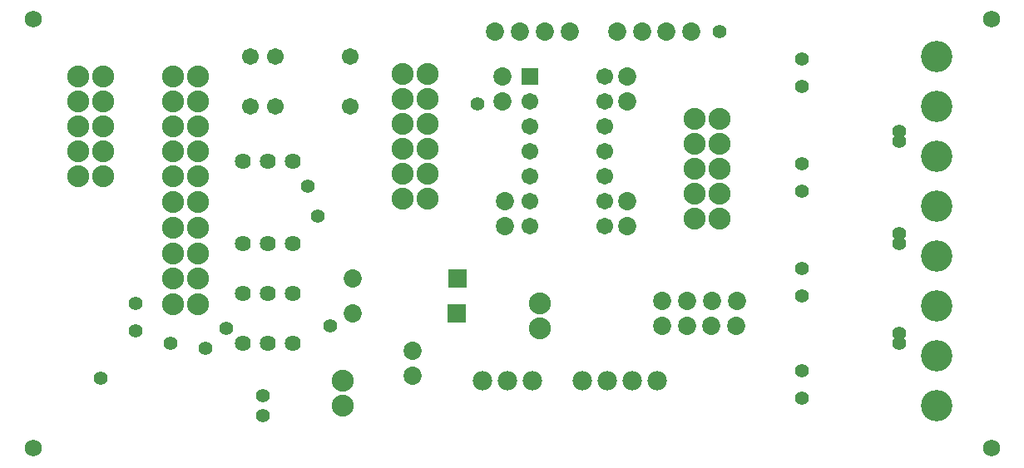
<source format=gbs>
G04 Layer_Color=16711935*
%FSLAX25Y25*%
%MOIN*%
G70*
G01*
G75*
%ADD50R,0.06706X0.06706*%
%ADD51C,0.06706*%
%ADD52C,0.08800*%
%ADD53C,0.06706*%
%ADD54C,0.07296*%
%ADD55R,0.07296X0.07296*%
%ADD56C,0.06800*%
%ADD57C,0.07300*%
%ADD58C,0.06400*%
%ADD59C,0.12611*%
%ADD60C,0.07800*%
%ADD61C,0.05524*%
D50*
X501000Y465000D02*
D03*
D51*
Y455000D02*
D03*
Y445000D02*
D03*
Y435000D02*
D03*
Y425000D02*
D03*
Y415000D02*
D03*
Y405000D02*
D03*
X531000Y465000D02*
D03*
Y455000D02*
D03*
Y445000D02*
D03*
Y435000D02*
D03*
Y425000D02*
D03*
Y415000D02*
D03*
Y405000D02*
D03*
D52*
X358000Y394291D02*
D03*
X368000D02*
D03*
X358000Y435000D02*
D03*
Y445000D02*
D03*
Y455000D02*
D03*
Y465000D02*
D03*
X368000Y425000D02*
D03*
Y435000D02*
D03*
Y445000D02*
D03*
Y455000D02*
D03*
Y465000D02*
D03*
X358000Y425000D02*
D03*
Y414764D02*
D03*
X368000D02*
D03*
Y404528D02*
D03*
X358000D02*
D03*
Y384055D02*
D03*
X368000D02*
D03*
Y373819D02*
D03*
X358000D02*
D03*
X426000Y333000D02*
D03*
Y343000D02*
D03*
X460000Y446000D02*
D03*
Y436000D02*
D03*
Y426000D02*
D03*
Y416000D02*
D03*
X450000Y456000D02*
D03*
Y446000D02*
D03*
Y436000D02*
D03*
Y426000D02*
D03*
Y416000D02*
D03*
X460000Y456000D02*
D03*
Y466236D02*
D03*
X450000D02*
D03*
X320000Y435000D02*
D03*
Y445000D02*
D03*
Y455000D02*
D03*
Y465000D02*
D03*
X330000Y425000D02*
D03*
Y435000D02*
D03*
Y445000D02*
D03*
Y455000D02*
D03*
Y465000D02*
D03*
X320000Y425000D02*
D03*
X505000Y364000D02*
D03*
Y374000D02*
D03*
X577000Y438000D02*
D03*
Y428000D02*
D03*
Y418000D02*
D03*
Y408000D02*
D03*
X567000Y448000D02*
D03*
Y438000D02*
D03*
Y428000D02*
D03*
Y418000D02*
D03*
Y408000D02*
D03*
X577000Y448000D02*
D03*
D53*
X429000Y473000D02*
D03*
X399000D02*
D03*
X389000D02*
D03*
X429000Y453000D02*
D03*
X399000D02*
D03*
X389000D02*
D03*
D54*
X430134Y370000D02*
D03*
X430268Y384000D02*
D03*
D55*
X471866Y370000D02*
D03*
X472000Y384000D02*
D03*
D56*
X686000Y316000D02*
D03*
Y488000D02*
D03*
X302000D02*
D03*
Y316000D02*
D03*
D57*
X555980Y483000D02*
D03*
X565980D02*
D03*
X546000D02*
D03*
X536000D02*
D03*
X507000D02*
D03*
X517000D02*
D03*
X497020D02*
D03*
X487020D02*
D03*
X573980Y365000D02*
D03*
X583980D02*
D03*
X564000D02*
D03*
X554000D02*
D03*
X574000Y375000D02*
D03*
X584000D02*
D03*
X564020D02*
D03*
X554020D02*
D03*
X540000Y465000D02*
D03*
Y455000D02*
D03*
Y405000D02*
D03*
Y415000D02*
D03*
X490000Y465000D02*
D03*
Y455000D02*
D03*
X491000Y405000D02*
D03*
Y415000D02*
D03*
X454000Y345000D02*
D03*
Y355000D02*
D03*
D58*
X386000Y378000D02*
D03*
X406000D02*
D03*
X396000D02*
D03*
X386000Y358000D02*
D03*
X406000D02*
D03*
X396000D02*
D03*
X386000Y431000D02*
D03*
X406000D02*
D03*
X396000D02*
D03*
X386000Y398000D02*
D03*
X406000D02*
D03*
X396000D02*
D03*
D59*
X664000Y473000D02*
D03*
Y453000D02*
D03*
Y353000D02*
D03*
Y333000D02*
D03*
Y393000D02*
D03*
Y373000D02*
D03*
Y433000D02*
D03*
Y413000D02*
D03*
D60*
X552000Y343000D02*
D03*
X542000D02*
D03*
X532000D02*
D03*
X522000D02*
D03*
X502000D02*
D03*
X492000D02*
D03*
X482000D02*
D03*
D61*
X649000Y443000D02*
D03*
Y439000D02*
D03*
Y402000D02*
D03*
Y398000D02*
D03*
Y358000D02*
D03*
Y362000D02*
D03*
X421000Y365000D02*
D03*
X394000Y337000D02*
D03*
X343000Y363000D02*
D03*
X329000Y344000D02*
D03*
X416000Y409000D02*
D03*
X412000Y421000D02*
D03*
X577000Y483000D02*
D03*
X379500Y364000D02*
D03*
X371000Y356000D02*
D03*
X610000Y430000D02*
D03*
Y419000D02*
D03*
Y388000D02*
D03*
Y377000D02*
D03*
Y472000D02*
D03*
Y461000D02*
D03*
Y336000D02*
D03*
Y347000D02*
D03*
X357000Y358000D02*
D03*
X480000Y454000D02*
D03*
X394000Y329000D02*
D03*
X343000Y374000D02*
D03*
M02*

</source>
